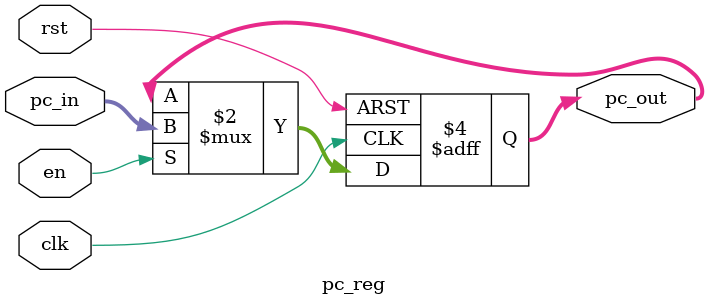
<source format=v>
`timescale 1ns / 1ps


module pc_reg(
    input wire clk, 
    input wire rst, 
    input wire en, 
    input wire [31:0] pc_in, 
    output reg [31:0] pc_out
    );
    
    always @(posedge clk, posedge rst) begin
        if(rst) begin
            pc_out <= 0;
        end
        else if(en) begin
            pc_out <= pc_in;
        end
    end
endmodule

</source>
